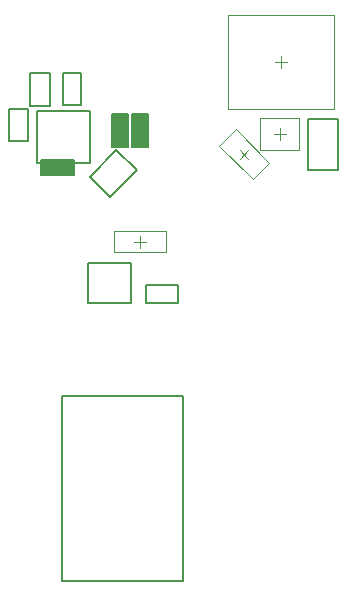
<source format=gbr>
%TF.GenerationSoftware,Altium Limited,Altium Designer,22.9.1 (49)*%
G04 Layer_Color=32768*
%FSLAX45Y45*%
%MOMM*%
%TF.SameCoordinates,682DF52B-C038-4893-B781-CD12F227844D*%
%TF.FilePolarity,Positive*%
%TF.FileFunction,Other,Top_Courtyard*%
%TF.Part,Single*%
G01*
G75*
%TA.AperFunction,NonConductor*%
%ADD57C,0.20000*%
%ADD66C,0.10000*%
%ADD69C,0.05000*%
%ADD70C,0.15240*%
G36*
X2090970Y4463960D02*
X1809030D01*
Y4596040D01*
X2090970D01*
Y4463960D01*
D02*
G37*
G36*
X2546040Y4980970D02*
Y4699030D01*
X2413960D01*
Y4980970D01*
X2546040D01*
D02*
G37*
G36*
X2716040D02*
Y4699030D01*
X2583960D01*
Y4980970D01*
X2716040D01*
D02*
G37*
D57*
X1991000Y1031000D02*
Y2597500D01*
Y1031000D02*
X3009000D01*
Y2597500D01*
X1991000D02*
X3009000D01*
X4072190Y4504690D02*
X4327810D01*
Y4935310D01*
X4072190D02*
X4327810D01*
X4072190Y4504690D02*
Y4935310D01*
X2221791Y4451497D02*
X2391497Y4281791D01*
X2618209Y4508504D01*
X2448504Y4678209D02*
X2618209Y4508504D01*
X2221791Y4451497D02*
X2448504Y4678209D01*
X1992500Y5325310D02*
X2147500D01*
X1992500Y5054690D02*
Y5325310D01*
Y5054690D02*
X2147500D01*
Y5325310D01*
X1715000Y5050000D02*
X1885000D01*
Y5330000D01*
X1715000D02*
X1885000D01*
X1715000Y5050000D02*
Y5330000D01*
X1542500Y4754690D02*
X1697500D01*
Y5025310D01*
X1542500D02*
X1697500D01*
X1542500Y4754690D02*
Y5025310D01*
X2220731Y4564393D02*
Y5005606D01*
X1779518D02*
X2220731D01*
X1779518Y4564393D02*
Y5005606D01*
Y4564393D02*
X2220731D01*
X2575607Y3380000D02*
Y3720000D01*
X2204393D02*
X2575607D01*
X2204393Y3380000D02*
Y3720000D01*
Y3380000D02*
X2575607D01*
X2965310Y3382500D02*
Y3537500D01*
X2694690D02*
X2965310D01*
X2694690Y3382500D02*
Y3537500D01*
Y3382500D02*
X2965310D01*
D66*
X3390000Y5020000D02*
Y5820000D01*
X4290000Y5020000D02*
Y5820000D01*
X3390000D02*
X4290000D01*
X3390000Y5020000D02*
X4290000D01*
X3790000Y5420000D02*
X3890000D01*
X3840000Y5370000D02*
Y5470000D01*
X3830000Y4760000D02*
Y4860000D01*
X3780000Y4810000D02*
X3880000D01*
X3494645Y4675355D02*
X3565356Y4604645D01*
X3494645Y4604645D02*
X3565355Y4675355D01*
X2650000Y3850000D02*
Y3950000D01*
X2600000Y3900000D02*
X2700000D01*
D69*
X3667500Y4675000D02*
X3992500D01*
X3667500Y4945000D02*
X3992500D01*
Y4675000D02*
Y4945000D01*
X3667500Y4675000D02*
Y4945000D01*
X3600711Y4427868D02*
X3742132Y4569289D01*
X3317868Y4710711D02*
X3459289Y4852132D01*
X3317868Y4710711D02*
X3600711Y4427868D01*
X3459289Y4852132D02*
X3742132Y4569289D01*
X2431000Y3810000D02*
X2869000D01*
X2431000D02*
Y3990000D01*
X2869000Y3810000D02*
Y3990000D01*
X2431000D02*
X2869000D01*
D70*
X2546040Y4699030D02*
Y4980970D01*
X2413960D02*
X2546040D01*
X2413960Y4699030D02*
Y4980970D01*
Y4699030D02*
X2546040D01*
X2716040D02*
Y4980970D01*
X2583960D02*
X2716040D01*
X2583960Y4699030D02*
Y4980970D01*
Y4699030D02*
X2716040D01*
X1809030Y4463960D02*
X2090970D01*
Y4596040D01*
X1809030D02*
X2090970D01*
X1809030Y4463960D02*
Y4596040D01*
%TF.MD5,39a0541975439f72a947e4c7c44759df*%
M02*

</source>
